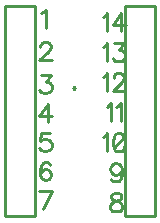
<source format=gto>
G04 DipTrace 3.2.0.1*
G04 I2C_Breakout.gto*
%MOIN*%
G04 #@! TF.FileFunction,Legend,Top*
G04 #@! TF.Part,Single*
%ADD10C,0.009843*%
%ADD28C,0.009264*%
%FSLAX26Y26*%
G04*
G70*
G90*
G75*
G01*
G04 TopSilk*
%LPD*%
X421037Y415358D2*
D10*
X521037D1*
X421037Y1115358D2*
Y415358D1*
Y1115358D2*
X521037D1*
Y415358D1*
X921037Y1115358D2*
X821037D1*
X921037Y415358D2*
Y1115358D1*
Y415358D2*
X821037D1*
Y1115358D1*
X541613Y1092550D2*
D28*
X547384Y1095468D1*
X556006Y1104024D1*
Y1043803D1*
X537881Y980480D2*
Y983332D1*
X540733Y989103D1*
X543585Y991954D1*
X549355Y994806D1*
X560829D1*
X566533Y991954D1*
X569385Y989103D1*
X572303Y983332D1*
Y977629D1*
X569385Y971858D1*
X563681Y963303D1*
X534963Y934585D1*
X575155D1*
X540733Y885588D2*
X572237D1*
X555059Y862641D1*
X563681D1*
X569385Y859789D1*
X572237Y856937D1*
X575155Y848315D1*
Y842611D1*
X572237Y833989D1*
X566533Y828219D1*
X557911Y825367D1*
X549289D1*
X540733Y828219D1*
X537881Y831137D1*
X534963Y836841D1*
X562256Y728648D2*
Y788869D1*
X533538Y748744D1*
X576582D1*
X569385Y692151D2*
X540733D1*
X537881Y666352D1*
X540733Y669204D1*
X549355Y672122D1*
X557911D1*
X566533Y669204D1*
X572303Y663500D1*
X575155Y654878D1*
Y649174D1*
X572303Y640552D1*
X566533Y634782D1*
X557911Y631930D1*
X549355D1*
X540733Y634782D1*
X537881Y637700D1*
X534963Y643404D1*
X570844Y586878D2*
X567992Y592582D1*
X559370Y595434D1*
X553667D1*
X545045Y592582D1*
X539274Y583960D1*
X536422Y569634D1*
Y555308D1*
X539274Y543834D1*
X545045Y538064D1*
X553667Y535212D1*
X556518D1*
X565074Y538064D1*
X570844Y543834D1*
X573696Y552456D1*
Y555308D1*
X570844Y563930D1*
X565074Y569634D1*
X556518Y572486D1*
X553667D1*
X545045Y569634D1*
X539274Y563930D1*
X536422Y555308D1*
X546437Y438494D2*
X575155Y498716D1*
X534963D1*
X785364Y491369D2*
X776808Y488517D1*
X773890Y482814D1*
Y477043D1*
X776808Y471340D1*
X782512Y468421D1*
X793986Y465570D1*
X802608Y462718D1*
X808312Y456947D1*
X811164Y451244D1*
Y442622D1*
X808312Y436918D1*
X805460Y434000D1*
X796838Y431148D1*
X785364D1*
X776808Y434000D1*
X773890Y436918D1*
X771038Y442622D1*
Y451244D1*
X773890Y456947D1*
X779660Y462718D1*
X788216Y465570D1*
X799690Y468421D1*
X805460Y471340D1*
X808312Y477043D1*
Y482814D1*
X805460Y488517D1*
X796838Y491369D1*
X785364D1*
X808378Y571340D2*
X805460Y562718D1*
X799756Y556947D1*
X791134Y554096D1*
X788282D1*
X779660Y556947D1*
X773956Y562718D1*
X771038Y571340D1*
Y574192D1*
X773956Y582814D1*
X779660Y588517D1*
X788282Y591369D1*
X791134D1*
X799756Y588517D1*
X805460Y582814D1*
X808378Y571340D1*
Y556947D1*
X805460Y542622D1*
X799756Y534000D1*
X791134Y531148D1*
X785430D1*
X776808Y534000D1*
X773956Y539770D1*
X746038Y679895D2*
X751808Y682814D1*
X760430Y691369D1*
Y631148D1*
X796201Y691369D2*
X787579Y688517D1*
X781809Y679895D1*
X778957Y665570D1*
Y656947D1*
X781809Y642622D1*
X787579Y634000D1*
X796201Y631148D1*
X801905D1*
X810527Y634000D1*
X816231Y642622D1*
X819149Y656947D1*
Y665570D1*
X816231Y679895D1*
X810527Y688517D1*
X801905Y691369D1*
X796201D1*
X816231Y679895D2*
X781809Y642622D1*
X758538Y779895D2*
X764308Y782814D1*
X772930Y791369D1*
Y731148D1*
X791457Y779895D2*
X797227Y782814D1*
X805849Y791369D1*
Y731148D1*
X746038Y879895D2*
X751808Y882814D1*
X760430Y891369D1*
Y831148D1*
X781875Y877043D2*
Y879895D1*
X784727Y885666D1*
X787579Y888517D1*
X793349Y891369D1*
X804823D1*
X810527Y888517D1*
X813379Y885666D1*
X816297Y879895D1*
Y874192D1*
X813379Y868421D1*
X807675Y859866D1*
X778957Y831148D1*
X819149D1*
X746038Y979895D2*
X751808Y982814D1*
X760430Y991369D1*
Y931148D1*
X784727Y991369D2*
X816231D1*
X799053Y968421D1*
X807675D1*
X813379Y965570D1*
X816231Y962718D1*
X819149Y954096D1*
Y948392D1*
X816231Y939770D1*
X810527Y934000D1*
X801905Y931148D1*
X793283D1*
X784727Y934000D1*
X781875Y936918D1*
X778957Y942622D1*
X746038Y1079895D2*
X751808Y1082814D1*
X760430Y1091369D1*
Y1031148D1*
X807675D2*
Y1091369D1*
X778957Y1051244D1*
X822001D1*
X648890Y845121D2*
X646038Y842203D1*
X648890Y839351D1*
X651808Y842203D1*
X648890Y845121D1*
M02*

</source>
